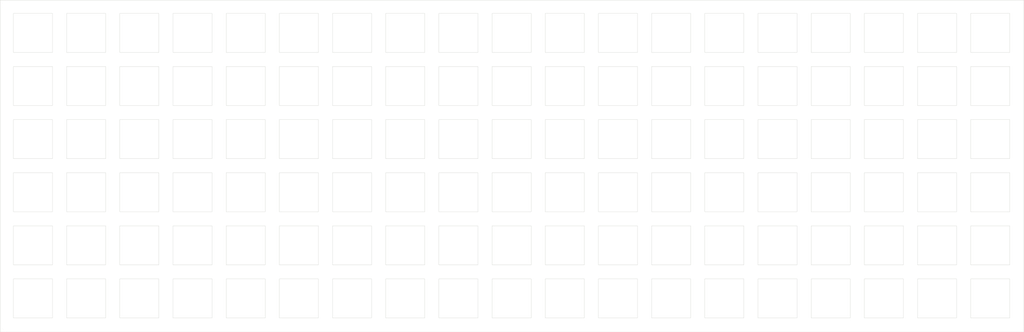
<source format=kicad_pcb>
(kicad_pcb (version 20240108) (generator "pcbnew") (generator_version "8.0")
  (layers (0 "F.Cu" signal) (31 "B.Cu" signal) (34 "B.Paste" user) (35 "F.Paste" user) (36 "B.SilkS" user "B.Silkscreen") (37 "F.SilkS" user "F.Silkscreen") (38 "B.Mask" user) (39 "F.Mask" user) (44 "Edge.Cuts" user))
  (net 0 "")
  (footprint "" (layer "F.Cu") (at 277.15 144.15)
    (property "Reference" "" (at 0 0 0) (layer "F.SilkS") (effects (font (size 1.27 1.27))))
    (property "Value" "")
    (pad "" np_thru_hole circle (at 0 0) (size 2.5 2.5) (drill 2.5) (layers "*.Cu" "*.Mask"))
  )
  (footprint "" (layer "F.Cu") (at 143.8 106.05)
    (property "Reference" "" (at 0 0 0) (layer "F.SilkS") (effects (font (size 1.27 1.27))))
    (property "Value" "")
    (pad "" np_thru_hole circle (at 0 0) (size 2.5 2.5) (drill 2.5) (layers "*.Cu" "*.Mask"))
  )
  (footprint "" (layer "F.Cu") (at 392.2 67.55)
    (property "Reference" "" (at 0 0 0) (layer "F.SilkS") (effects (font (size 1.27 1.27))))
    (property "Value" "")
    (pad "" np_thru_hole circle (at 0 0) (size 2.5 2.5) (drill 2.5) (layers "*.Cu" "*.Mask"))
  )
  (footprint "" (layer "F.Cu") (at 29.1 183)
    (property "Reference" "" (at 0 0 0) (layer "F.SilkS") (effects (font (size 1.27 1.27))))
    (property "Value" "")
    (pad "" np_thru_hole circle (at 0 0) (size 2.5 2.5) (drill 2.5) (layers "*.Cu" "*.Mask"))
  )
  (footprint "" (layer "F.Cu") (at 277.15 106.05)
    (property "Reference" "" (at 0 0 0) (layer "F.SilkS") (effects (font (size 1.27 1.27))))
    (property "Value" "")
    (pad "" np_thru_hole circle (at 0 0) (size 2.5 2.5) (drill 2.5) (layers "*.Cu" "*.Mask"))
  )
  (footprint "" (layer "F.Cu") (at 29.05 67.5)
    (property "Reference" "" (at 0 0 0) (layer "F.SilkS") (effects (font (size 1.27 1.27))))
    (property "Value" "")
    (pad "" np_thru_hole circle (at 0 0) (size 2.5 2.5) (drill 2.5) (layers "*.Cu" "*.Mask"))
  )
  (footprint "" (layer "F.Cu") (at 143.8 144.15)
    (property "Reference" "" (at 0 0 0) (layer "F.SilkS") (effects (font (size 1.27 1.27))))
    (property "Value" "")
    (pad "" np_thru_hole circle (at 0 0) (size 2.5 2.5) (drill 2.5) (layers "*.Cu" "*.Mask"))
  )
  (footprint "" (layer "F.Cu") (at 392.15 182.95)
    (property "Reference" "" (at 0 0 0) (layer "F.SilkS") (effects (font (size 1.27 1.27))))
    (property "Value" "")
    (pad "" np_thru_hole circle (at 0 0) (size 2.5 2.5) (drill 2.5) (layers "*.Cu" "*.Mask"))
  )
  (gr_rect (start 279.7 89.55) (end 293.7 103.55) (stroke (width 0.1)) (fill none) (layer "Edge.Cuts"))
  (gr_rect (start 184.45 146.7) (end 198.45 160.7) (stroke (width 0.1)) (fill none) (layer "Edge.Cuts"))
  (gr_rect (start 89.2 165.75) (end 103.2 179.75) (stroke (width 0.1)) (fill none) (layer "Edge.Cuts"))
  (gr_rect (start 241.6 108.6) (end 255.6 122.6) (stroke (width 0.1)) (fill none) (layer "Edge.Cuts"))
  (gr_rect (start 298.75 89.55) (end 312.75 103.55) (stroke (width 0.1)) (fill none) (layer "Edge.Cuts"))
  (gr_rect (start 146.35 127.65) (end 160.35 141.65) (stroke (width 0.1)) (fill none) (layer "Edge.Cuts"))
  (gr_rect (start 336.85 89.55) (end 350.85 103.55) (stroke (width 0.1)) (fill none) (layer "Edge.Cuts"))
  (gr_rect (start 317.8 89.55) (end 331.8 103.55) (stroke (width 0.1)) (fill none) (layer "Edge.Cuts"))
  (gr_rect (start 241.6 89.55) (end 255.6 103.55) (stroke (width 0.1)) (fill none) (layer "Edge.Cuts"))
  (gr_rect (start 165.4 165.75) (end 179.4 179.75) (stroke (width 0.1)) (fill none) (layer "Edge.Cuts"))
  (gr_rect (start 165.4 108.6) (end 179.4 122.6) (stroke (width 0.1)) (fill none) (layer "Edge.Cuts"))
  (gr_rect (start 317.8 127.65) (end 331.8 141.65) (stroke (width 0.1)) (fill none) (layer "Edge.Cuts"))
  (gr_rect (start 298.75 146.7) (end 312.75 160.7) (stroke (width 0.1)) (fill none) (layer "Edge.Cuts"))
  (gr_rect (start 241.6 146.7) (end 255.6 160.7) (stroke (width 0.1)) (fill none) (layer "Edge.Cuts"))
  (gr_rect (start 27.2875 65.7375) (end 394 184.8) (stroke (width 0.1)) (fill none) (layer "Edge.Cuts"))
  (gr_rect (start 355.9 127.65) (end 369.9 141.65) (stroke (width 0.1)) (fill none) (layer "Edge.Cuts"))
  (gr_rect (start 222.55 108.6) (end 236.55 122.6) (stroke (width 0.1)) (fill none) (layer "Edge.Cuts"))
  (gr_rect (start 260.65 165.75) (end 274.65 179.75) (stroke (width 0.1)) (fill none) (layer "Edge.Cuts"))
  (gr_rect (start 89.2 70.5) (end 103.2 84.5) (stroke (width 0.1)) (fill none) (layer "Edge.Cuts"))
  (gr_rect (start 32.05 89.55) (end 46.05 103.55) (stroke (width 0.1)) (fill none) (layer "Edge.Cuts"))
  (gr_rect (start 127.3 89.55) (end 141.3 103.55) (stroke (width 0.1)) (fill none) (layer "Edge.Cuts"))
  (gr_rect (start 298.75 165.75) (end 312.75 179.75) (stroke (width 0.1)) (fill none) (layer "Edge.Cuts"))
  (gr_rect (start 70.15 70.5) (end 84.15 84.5) (stroke (width 0.1)) (fill none) (layer "Edge.Cuts"))
  (gr_rect (start 70.15 108.6) (end 84.15 122.6) (stroke (width 0.1)) (fill none) (layer "Edge.Cuts"))
  (gr_rect (start 51.1 70.5) (end 65.1 84.5) (stroke (width 0.1)) (fill none) (layer "Edge.Cuts"))
  (gr_rect (start 222.55 70.5) (end 236.55 84.5) (stroke (width 0.1)) (fill none) (layer "Edge.Cuts"))
  (gr_rect (start 222.55 146.7) (end 236.55 160.7) (stroke (width 0.1)) (fill none) (layer "Edge.Cuts"))
  (gr_rect (start 70.15 89.55) (end 84.15 103.55) (stroke (width 0.1)) (fill none) (layer "Edge.Cuts"))
  (gr_rect (start 374.95 108.6) (end 388.95 122.6) (stroke (width 0.1)) (fill none) (layer "Edge.Cuts"))
  (gr_rect (start 146.35 165.75) (end 160.35 179.75) (stroke (width 0.1)) (fill none) (layer "Edge.Cuts"))
  (gr_rect (start 184.45 108.6) (end 198.45 122.6) (stroke (width 0.1)) (fill none) (layer "Edge.Cuts"))
  (gr_rect (start 203.5 89.55) (end 217.5 103.55) (stroke (width 0.1)) (fill none) (layer "Edge.Cuts"))
  (gr_rect (start 203.5 146.7) (end 217.5 160.7) (stroke (width 0.1)) (fill none) (layer "Edge.Cuts"))
  (gr_rect (start 51.1 146.7) (end 65.1 160.7) (stroke (width 0.1)) (fill none) (layer "Edge.Cuts"))
  (gr_rect (start 108.25 89.55) (end 122.25 103.55) (stroke (width 0.1)) (fill none) (layer "Edge.Cuts"))
  (gr_rect (start 260.65 108.6) (end 274.65 122.6) (stroke (width 0.1)) (fill none) (layer "Edge.Cuts"))
  (gr_rect (start 298.75 70.5) (end 312.75 84.5) (stroke (width 0.1)) (fill none) (layer "Edge.Cuts"))
  (gr_rect (start 260.65 127.65) (end 274.65 141.65) (stroke (width 0.1)) (fill none) (layer "Edge.Cuts"))
  (gr_rect (start 146.35 70.5) (end 160.35 84.5) (stroke (width 0.1)) (fill none) (layer "Edge.Cuts"))
  (gr_rect (start 279.7 108.6) (end 293.7 122.6) (stroke (width 0.1)) (fill none) (layer "Edge.Cuts"))
  (gr_rect (start 355.9 108.6) (end 369.9 122.6) (stroke (width 0.1)) (fill none) (layer "Edge.Cuts"))
  (gr_rect (start 32.05 165.75) (end 46.05 179.75) (stroke (width 0.1)) (fill none) (layer "Edge.Cuts"))
  (gr_rect (start 298.75 108.6) (end 312.75 122.6) (stroke (width 0.1)) (fill none) (layer "Edge.Cuts"))
  (gr_rect (start 89.2 127.65) (end 103.2 141.65) (stroke (width 0.1)) (fill none) (layer "Edge.Cuts"))
  (gr_rect (start 336.85 70.5) (end 350.85 84.5) (stroke (width 0.1)) (fill none) (layer "Edge.Cuts"))
  (gr_rect (start 279.7 146.7) (end 293.7 160.7) (stroke (width 0.1)) (fill none) (layer "Edge.Cuts"))
  (gr_rect (start 355.9 146.7) (end 369.9 160.7) (stroke (width 0.1)) (fill none) (layer "Edge.Cuts"))
  (gr_rect (start 336.85 165.75) (end 350.85 179.75) (stroke (width 0.1)) (fill none) (layer "Edge.Cuts"))
  (gr_rect (start 89.2 146.7) (end 103.2 160.7) (stroke (width 0.1)) (fill none) (layer "Edge.Cuts"))
  (gr_rect (start 108.25 108.6) (end 122.25 122.6) (stroke (width 0.1)) (fill none) (layer "Edge.Cuts"))
  (gr_rect (start 241.6 70.5) (end 255.6 84.5) (stroke (width 0.1)) (fill none) (layer "Edge.Cuts"))
  (gr_rect (start 298.75 127.65) (end 312.75 141.65) (stroke (width 0.1)) (fill none) (layer "Edge.Cuts"))
  (gr_rect (start 184.45 127.65) (end 198.45 141.65) (stroke (width 0.1)) (fill none) (layer "Edge.Cuts"))
  (gr_rect (start 241.6 127.65) (end 255.6 141.65) (stroke (width 0.1)) (fill none) (layer "Edge.Cuts"))
  (gr_rect (start 317.8 165.75) (end 331.8 179.75) (stroke (width 0.1)) (fill none) (layer "Edge.Cuts"))
  (gr_rect (start 203.5 165.75) (end 217.5 179.75) (stroke (width 0.1)) (fill none) (layer "Edge.Cuts"))
  (gr_rect (start 184.45 89.55) (end 198.45 103.55) (stroke (width 0.1)) (fill none) (layer "Edge.Cuts"))
  (gr_rect (start 165.4 70.5) (end 179.4 84.5) (stroke (width 0.1)) (fill none) (layer "Edge.Cuts"))
  (gr_rect (start 70.15 146.7) (end 84.15 160.7) (stroke (width 0.1)) (fill none) (layer "Edge.Cuts"))
  (gr_rect (start 336.85 127.65) (end 350.85 141.65) (stroke (width 0.1)) (fill none) (layer "Edge.Cuts"))
  (gr_rect (start 51.1 108.6) (end 65.1 122.6) (stroke (width 0.1)) (fill none) (layer "Edge.Cuts"))
  (gr_rect (start 108.25 165.75) (end 122.25 179.75) (stroke (width 0.1)) (fill none) (layer "Edge.Cuts"))
  (gr_rect (start 374.95 165.75) (end 388.95 179.75) (stroke (width 0.1)) (fill none) (layer "Edge.Cuts"))
  (gr_rect (start 127.3 127.65) (end 141.3 141.65) (stroke (width 0.1)) (fill none) (layer "Edge.Cuts"))
  (gr_rect (start 374.95 70.5) (end 388.95 84.5) (stroke (width 0.1)) (fill none) (layer "Edge.Cuts"))
  (gr_rect (start 203.5 127.65) (end 217.5 141.65) (stroke (width 0.1)) (fill none) (layer "Edge.Cuts"))
  (gr_rect (start 32.05 70.5) (end 46.05 84.5) (stroke (width 0.1)) (fill none) (layer "Edge.Cuts"))
  (gr_rect (start 165.4 146.7) (end 179.4 160.7) (stroke (width 0.1)) (fill none) (layer "Edge.Cuts"))
  (gr_rect (start 89.2 89.55) (end 103.2 103.55) (stroke (width 0.1)) (fill none) (layer "Edge.Cuts"))
  (gr_rect (start 127.3 108.6) (end 141.3 122.6) (stroke (width 0.1)) (fill none) (layer "Edge.Cuts"))
  (gr_rect (start 336.85 108.6) (end 350.85 122.6) (stroke (width 0.1)) (fill none) (layer "Edge.Cuts"))
  (gr_rect (start 279.7 127.65) (end 293.7 141.65) (stroke (width 0.1)) (fill none) (layer "Edge.Cuts"))
  (gr_rect (start 127.3 146.7) (end 141.3 160.7) (stroke (width 0.1)) (fill none) (layer "Edge.Cuts"))
  (gr_rect (start 355.9 165.75) (end 369.9 179.75) (stroke (width 0.1)) (fill none) (layer "Edge.Cuts"))
  (gr_rect (start 279.7 70.5) (end 293.7 84.5) (stroke (width 0.1)) (fill none) (layer "Edge.Cuts"))
  (gr_rect (start 317.8 146.7) (end 331.8 160.7) (stroke (width 0.1)) (fill none) (layer "Edge.Cuts"))
  (gr_rect (start 146.35 108.6) (end 160.35 122.6) (stroke (width 0.1)) (fill none) (layer "Edge.Cuts"))
  (gr_rect (start 51.1 165.75) (end 65.1 179.75) (stroke (width 0.1)) (fill none) (layer "Edge.Cuts"))
  (gr_rect (start 108.25 127.65) (end 122.25 141.65) (stroke (width 0.1)) (fill none) (layer "Edge.Cuts"))
  (gr_rect (start 32.05 108.6) (end 46.05 122.6) (stroke (width 0.1)) (fill none) (layer "Edge.Cuts"))
  (gr_rect (start 317.8 108.6) (end 331.8 122.6) (stroke (width 0.1)) (fill none) (layer "Edge.Cuts"))
  (gr_rect (start 127.3 165.75) (end 141.3 179.75) (stroke (width 0.1)) (fill none) (layer "Edge.Cuts"))
  (gr_rect (start 184.45 165.75) (end 198.45 179.75) (stroke (width 0.1)) (fill none) (layer "Edge.Cuts"))
  (gr_rect (start 70.15 127.65) (end 84.15 141.65) (stroke (width 0.1)) (fill none) (layer "Edge.Cuts"))
  (gr_rect (start 355.9 89.55) (end 369.9 103.55) (stroke (width 0.1)) (fill none) (layer "Edge.Cuts"))
  (gr_rect (start 260.65 89.55) (end 274.65 103.55) (stroke (width 0.1)) (fill none) (layer "Edge.Cuts"))
  (gr_rect (start 108.25 70.5) (end 122.25 84.5) (stroke (width 0.1)) (fill none) (layer "Edge.Cuts"))
  (gr_rect (start 203.5 70.5) (end 217.5 84.5) (stroke (width 0.1)) (fill none) (layer "Edge.Cuts"))
  (gr_rect (start 70.15 165.75) (end 84.15 179.75) (stroke (width 0.1)) (fill none) (layer "Edge.Cuts"))
  (gr_rect (start 146.35 89.55) (end 160.35 103.55) (stroke (width 0.1)) (fill none) (layer "Edge.Cuts"))
  (gr_rect (start 260.65 146.7) (end 274.65 160.7) (stroke (width 0.1)) (fill none) (layer "Edge.Cuts"))
  (gr_rect (start 51.1 127.65) (end 65.1 141.65) (stroke (width 0.1)) (fill none) (layer "Edge.Cuts"))
  (gr_rect (start 32.05 146.7) (end 46.05 160.7) (stroke (width 0.1)) (fill none) (layer "Edge.Cuts"))
  (gr_rect (start 374.95 127.65) (end 388.95 141.65) (stroke (width 0.1)) (fill none) (layer "Edge.Cuts"))
  (gr_rect (start 127.3 70.5) (end 141.3 84.5) (stroke (width 0.1)) (fill none) (layer "Edge.Cuts"))
  (gr_rect (start 32.05 127.65) (end 46.05 141.65) (stroke (width 0.1)) (fill none) (layer "Edge.Cuts"))
  (gr_rect (start 222.55 89.55) (end 236.55 103.55) (stroke (width 0.1)) (fill none) (layer "Edge.Cuts"))
  (gr_rect (start 89.2 108.6) (end 103.2 122.6) (stroke (width 0.1)) (fill none) (layer "Edge.Cuts"))
  (gr_rect (start 222.55 165.75) (end 236.55 179.75) (stroke (width 0.1)) (fill none) (layer "Edge.Cuts"))
  (gr_rect (start 279.7 165.75) (end 293.7 179.75) (stroke (width 0.1)) (fill none) (layer "Edge.Cuts"))
  (gr_rect (start 355.9 70.5) (end 369.9 84.5) (stroke (width 0.1)) (fill none) (layer "Edge.Cuts"))
  (gr_rect (start 184.45 70.5) (end 198.45 84.5) (stroke (width 0.1)) (fill none) (layer "Edge.Cuts"))
  (gr_rect (start 51.1 89.55) (end 65.1 103.55) (stroke (width 0.1)) (fill none) (layer "Edge.Cuts"))
  (gr_rect (start 165.4 127.65) (end 179.4 141.65) (stroke (width 0.1)) (fill none) (layer "Edge.Cuts"))
  (gr_rect (start 374.95 89.55) (end 388.95 103.55) (stroke (width 0.1)) (fill none) (layer "Edge.Cuts"))
  (gr_rect (start 203.5 108.6) (end 217.5 122.6) (stroke (width 0.1)) (fill none) (layer "Edge.Cuts"))
  (gr_rect (start 165.4 89.55) (end 179.4 103.55) (stroke (width 0.1)) (fill none) (layer "Edge.Cuts"))
  (gr_rect (start 146.35 146.7) (end 160.35 160.7) (stroke (width 0.1)) (fill none) (layer "Edge.Cuts"))
  (gr_rect (start 336.85 146.7) (end 350.85 160.7) (stroke (width 0.1)) (fill none) (layer "Edge.Cuts"))
  (gr_rect (start 222.55 127.65) (end 236.55 141.65) (stroke (width 0.1)) (fill none) (layer "Edge.Cuts"))
  (gr_rect (start 108.25 146.7) (end 122.25 160.7) (stroke (width 0.1)) (fill none) (layer "Edge.Cuts"))
  (gr_rect (start 317.8 70.5) (end 331.8 84.5) (stroke (width 0.1)) (fill none) (layer "Edge.Cuts"))
  (gr_rect (start 260.65 70.5) (end 274.65 84.5) (stroke (width 0.1)) (fill none) (layer "Edge.Cuts"))
  (gr_rect (start 241.6 165.75) (end 255.6 179.75) (stroke (width 0.1)) (fill none) (layer "Edge.Cuts"))
  (gr_rect (start 374.95 146.7) (end 388.95 160.7) (stroke (width 0.1)) (fill none) (layer "Edge.Cuts"))
)
</source>
